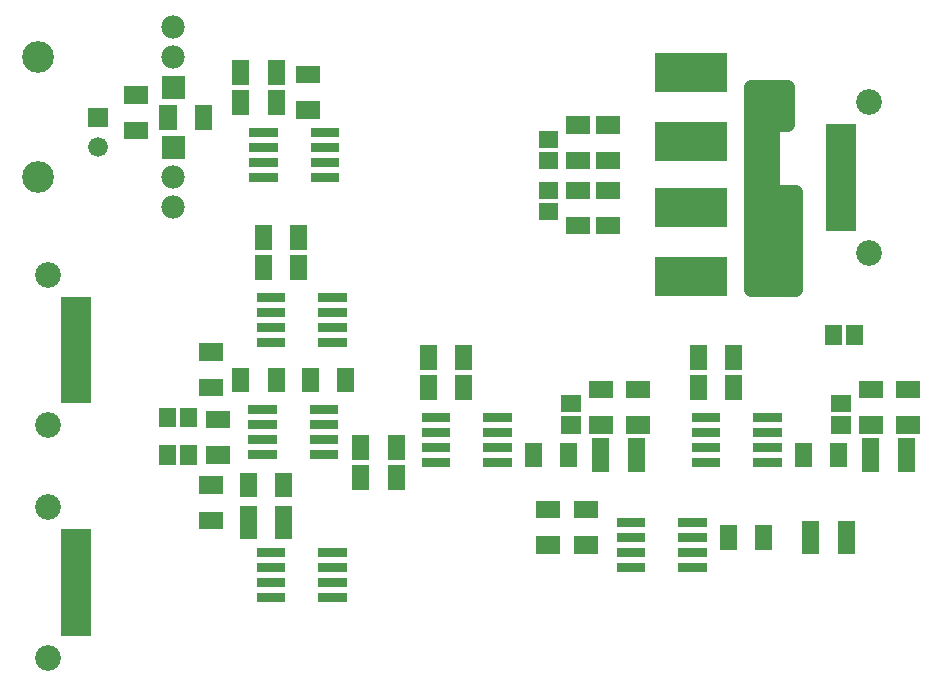
<source format=gbr>
G04 start of page 8 for group -4063 idx -4063 *
G04 Title: (unknown), componentmask *
G04 Creator: pcb 1.99z *
G04 CreationDate: Wed 06 Nov 2013 06:55:18 PM GMT UTC *
G04 For: commonadmin *
G04 Format: Gerber/RS-274X *
G04 PCB-Dimensions: 600000 500000 *
G04 PCB-Coordinate-Origin: lower left *
%MOIN*%
%FSLAX25Y25*%
%LNTOPMASK*%
%ADD68C,0.0450*%
%ADD67R,0.1290X0.1290*%
%ADD66R,0.0300X0.0300*%
%ADD65R,0.0572X0.0572*%
%ADD64R,0.0550X0.0550*%
%ADD63C,0.0660*%
%ADD62C,0.1060*%
%ADD61C,0.0860*%
%ADD60C,0.0780*%
%ADD59C,0.0001*%
G54D59*G36*
X141100Y233900D02*Y226100D01*
X148900D01*
Y233900D01*
X141100D01*
G37*
G54D60*X145000Y240000D03*
Y250000D03*
G54D59*G36*
X141100Y213900D02*Y206100D01*
X148900D01*
Y213900D01*
X141100D01*
G37*
G54D60*X145000Y200000D03*
Y190000D03*
G54D61*X103200Y167600D03*
Y117400D03*
Y90100D03*
Y39900D03*
X376800Y174900D03*
Y225100D03*
G54D59*G36*
X116700Y223300D02*Y216700D01*
X123300D01*
Y223300D01*
X116700D01*
G37*
G54D62*X100000Y240000D03*
G54D63*X120000Y210000D03*
G54D62*X100000Y200000D03*
G54D64*X110350Y50000D02*X114650D01*
X110350Y55000D02*X114650D01*
X110350Y60000D02*X114650D01*
X110350Y65000D02*X114650D01*
X110350Y70000D02*X114650D01*
X110350Y75000D02*X114650D01*
X110350Y80000D02*X114650D01*
G54D65*X179310Y133681D02*Y131319D01*
X190690Y133681D02*Y131319D01*
G54D66*X171500Y122500D02*X178000D01*
X171500Y117500D02*X178000D01*
X171500Y112500D02*X178000D01*
X171500Y107500D02*X178000D01*
X192000D02*X198500D01*
X192000Y112500D02*X198500D01*
X192000Y117500D02*X198500D01*
X192000Y122500D02*X198500D01*
G54D65*X207500Y101181D02*Y98819D01*
Y111181D02*Y108819D01*
X219310Y101181D02*Y98819D01*
Y111181D02*Y108819D01*
G54D66*X174250Y75000D02*X180750D01*
X174250Y70000D02*X180750D01*
X174250Y65000D02*X180750D01*
X174250Y60000D02*X180750D01*
X194750D02*X201250D01*
X194750Y65000D02*X201250D01*
X194750Y70000D02*X201250D01*
X194750Y75000D02*X201250D01*
G54D65*X181810Y98681D02*Y96319D01*
X170000Y98681D02*Y96319D01*
X181810Y87755D02*Y82245D01*
X170000Y87755D02*Y82245D01*
G54D66*X174250Y160000D02*X180750D01*
X174250Y155000D02*X180750D01*
X174250Y150000D02*X180750D01*
X174250Y145000D02*X180750D01*
G54D65*X202500Y133681D02*Y131319D01*
G54D66*X194750Y145000D02*X201250D01*
X194750Y150000D02*X201250D01*
X194750Y155000D02*X201250D01*
X194750Y160000D02*X201250D01*
G54D65*X186810Y181181D02*Y178819D01*
Y171181D02*Y168819D01*
X175000Y171181D02*Y168819D01*
G54D66*X192250Y200000D02*X198750D01*
X192250Y205000D02*X198750D01*
X192250Y210000D02*X198750D01*
X192250Y215000D02*X198750D01*
G54D65*X188819Y234310D02*X191181D01*
X188819Y222500D02*X191181D01*
X158819Y119310D02*X161181D01*
X158819Y107500D02*X161181D01*
X167500Y133681D02*Y131319D01*
X150000Y120393D02*Y119607D01*
X156319Y130000D02*X158681D01*
X156319Y141810D02*X158681D01*
X142914Y120393D02*Y119607D01*
X150000Y107893D02*Y107107D01*
X156319Y85690D02*X158681D01*
X156319Y97500D02*X158681D01*
X142914Y107893D02*Y107107D01*
G54D64*X110350Y127500D02*X114650D01*
X110350Y132500D02*X114650D01*
X110350Y137500D02*X114650D01*
X110350Y142500D02*X114650D01*
X110350Y147500D02*X114650D01*
X110350Y152500D02*X114650D01*
X110350Y157500D02*X114650D01*
G54D65*X175000Y181181D02*Y178819D01*
X179310Y226181D02*Y223819D01*
X167500Y226181D02*Y223819D01*
X179310Y236181D02*Y233819D01*
X167500Y236181D02*Y233819D01*
G54D66*X171750Y215000D02*X178250D01*
X171750Y210000D02*X178250D01*
X171750Y205000D02*X178250D01*
X171750Y200000D02*X178250D01*
G54D65*X143190Y221181D02*Y218819D01*
X131319Y215690D02*X133681D01*
X131319Y227500D02*X133681D01*
X155000Y221181D02*Y218819D01*
G54D66*X229250Y120000D02*X235750D01*
X249750D02*X256250D01*
G54D65*X230000Y141181D02*Y138819D01*
X241810Y141181D02*Y138819D01*
X230000Y131181D02*Y128819D01*
X241810Y131181D02*Y128819D01*
G54D66*X229250Y115000D02*X235750D01*
X229250Y110000D02*X235750D01*
X229250Y105000D02*X235750D01*
X249750D02*X256250D01*
X249750Y110000D02*X256250D01*
X249750Y115000D02*X256250D01*
G54D65*X265000Y108681D02*Y106319D01*
G54D67*X311900Y167000D02*X323100D01*
X311900Y190000D02*X323100D01*
G54D65*X288819Y217500D02*X291181D01*
X278819D02*X281181D01*
X269607Y212776D02*X270393D01*
X288819Y205690D02*X291181D01*
X278819D02*X281181D01*
X269607Y205690D02*X270393D01*
X288819Y195690D02*X291181D01*
X278819D02*X281181D01*
X269607Y195690D02*X270393D01*
X288819Y183880D02*X291181D01*
X278819D02*X281181D01*
X269607Y188604D02*X270393D01*
X276810Y108681D02*Y106319D01*
X268819Y89310D02*X271181D01*
X277107Y124586D02*X277893D01*
X286319Y129310D02*X288681D01*
X277107Y117500D02*X277893D01*
X286319Y117500D02*X288681D01*
X268819Y77500D02*X271181D01*
X281319D02*X283681D01*
X281319Y89310D02*X283681D01*
G54D66*X294250Y85000D02*X300750D01*
X294250Y80000D02*X300750D01*
G54D65*X287500Y110255D02*Y104745D01*
X299310Y110255D02*Y104745D01*
X320000Y131181D02*Y128819D01*
Y141181D02*Y138819D01*
G54D66*X319250Y120000D02*X325750D01*
X319250Y115000D02*X325750D01*
X319250Y110000D02*X325750D01*
X319250Y105000D02*X325750D01*
G54D65*X331810Y131181D02*Y128819D01*
Y141181D02*Y138819D01*
X298819Y129310D02*X301181D01*
X298819Y117500D02*X301181D01*
G54D64*X365350Y215000D02*X369650D01*
G54D68*X347500Y230000D02*Y217500D01*
X345000D02*X350000D01*
Y230000D02*Y217500D01*
X337500Y230000D02*X350000D01*
G54D64*X365350Y210000D02*X369650D01*
X365350Y205000D02*X369650D01*
X365350Y200000D02*X369650D01*
X365350Y195000D02*X369650D01*
X365350Y190000D02*X369650D01*
X365350Y185000D02*X369650D01*
G54D68*X337500Y195000D02*X352500D01*
X350000D02*Y162500D01*
X352500Y195000D02*Y162500D01*
X347500Y195000D02*Y162500D01*
X345000Y230000D02*Y162500D01*
X342500Y230000D02*Y162500D01*
X340000Y230000D02*Y162500D01*
X337500Y230000D02*Y162500D01*
X352500D01*
G54D66*X294250Y75000D02*X300750D01*
X314750D02*X321250D01*
X314750Y80000D02*X321250D01*
X314750Y85000D02*X321250D01*
X294250Y70000D02*X300750D01*
X314750D02*X321250D01*
G54D65*X330000Y81181D02*Y78819D01*
X341810Y81181D02*Y78819D01*
X357500Y82755D02*Y77245D01*
X369310Y82755D02*Y77245D01*
G54D66*X339750Y105000D02*X346250D01*
X339750Y110000D02*X346250D01*
X339750Y115000D02*X346250D01*
X339750Y120000D02*X346250D01*
G54D65*X355000Y108681D02*Y106319D01*
X367107Y124586D02*X367893D01*
X388819Y129310D02*X391181D01*
X376319D02*X378681D01*
X367107Y117500D02*X367893D01*
X388819Y117500D02*X391181D01*
X376319D02*X378681D01*
X366810Y108681D02*Y106319D01*
X377500Y110255D02*Y104745D01*
X389310Y110255D02*Y104745D01*
X365000Y147893D02*Y147107D01*
X372086Y147893D02*Y147107D01*
G54D67*X311900Y212000D02*X323100D01*
X311900Y235000D02*X323100D01*
M02*

</source>
